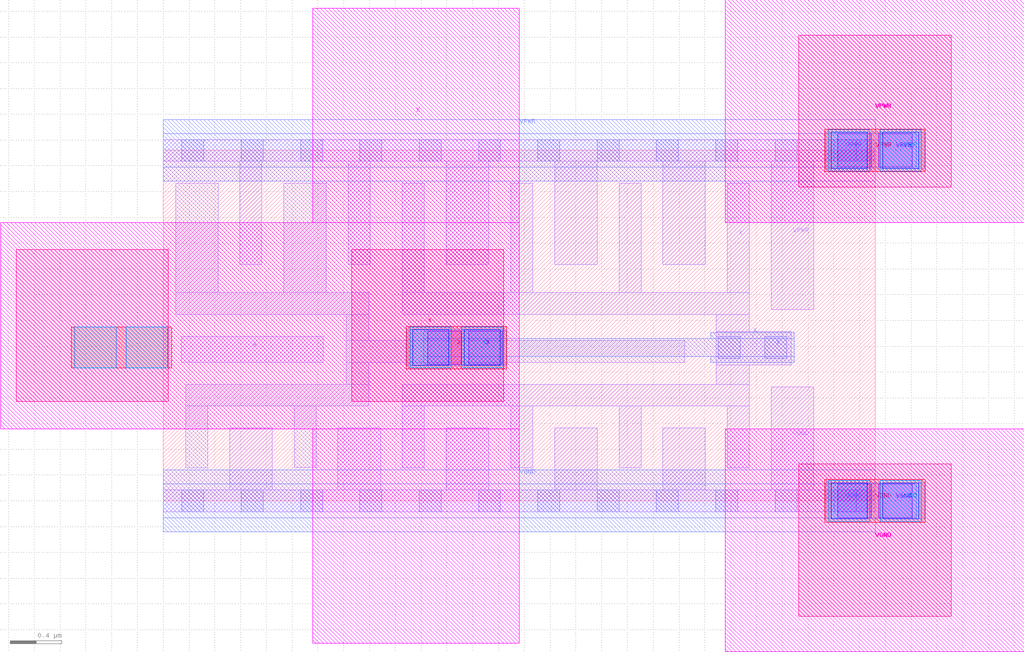
<source format=lef>
# Copyright 2020 The SkyWater PDK Authors
#
# Licensed under the Apache License, Version 2.0 (the "License");
# you may not use this file except in compliance with the License.
# You may obtain a copy of the License at
#
#     https://www.apache.org/licenses/LICENSE-2.0
#
# Unless required by applicable law or agreed to in writing, software
# distributed under the License is distributed on an "AS IS" BASIS,
# WITHOUT WARRANTIES OR CONDITIONS OF ANY KIND, either express or implied.
# See the License for the specific language governing permissions and
# limitations under the License.
#
# SPDX-License-Identifier: Apache-2.0

VERSION 5.7 ;
  NAMESCASESENSITIVE ON ;
  NOWIREEXTENSIONATPIN ON ;
  DIVIDERCHAR "/" ;
  BUSBITCHARS "[]" ;
UNITS
  DATABASE MICRONS 200 ;
END UNITS
MACRO sky130_fd_sc_hd__probec_p_8
  CLASS CORE ;
  SOURCE USER ;
  FOREIGN sky130_fd_sc_hd__probec_p_8 ;
  ORIGIN  0.000000  0.000000 ;
  SIZE  5.520000 BY  2.720000 ;
  SYMMETRY X Y R90 ;
  SITE unithd ;
  PIN A
    ANTENNAGATEAREA  0.742500 ;
    DIRECTION INPUT ;
    USE SIGNAL ;
    PORT
      LAYER li1 ;
        RECT 0.140000 1.075000 1.240000 1.275000 ;
    END
  END A
  PIN X
    ANTENNADIFFAREA  1.782000 ;
    DIRECTION OUTPUT ;
    USE SIGNAL ;
    PORT
      LAYER li1 ;
        RECT 1.855000 0.255000 2.025000 0.735000 ;
        RECT 1.855000 0.735000 4.545000 0.905000 ;
        RECT 1.855000 1.445000 4.545000 1.615000 ;
        RECT 1.855000 1.615000 2.025000 2.465000 ;
        RECT 2.695000 0.255000 2.865000 0.735000 ;
        RECT 2.695000 1.615000 2.865000 2.465000 ;
        RECT 3.535000 0.255000 3.705000 0.735000 ;
        RECT 3.535000 1.615000 3.705000 2.465000 ;
        RECT 4.290000 0.905000 4.545000 1.055000 ;
        RECT 4.290000 1.055000 4.870000 1.315000 ;
        RECT 4.290000 1.315000 4.545000 1.445000 ;
        RECT 4.375000 0.255000 4.545000 0.735000 ;
        RECT 4.375000 1.615000 4.545000 2.465000 ;
      LAYER mcon ;
        RECT 4.305000 1.105000 4.475000 1.275000 ;
        RECT 4.665000 1.105000 4.835000 1.275000 ;
      LAYER met1 ;
        RECT 2.020000 1.060000 2.660000 1.120000 ;
        RECT 2.020000 1.120000 4.895000 1.260000 ;
        RECT 2.020000 1.260000 2.660000 1.320000 ;
        RECT 4.245000 1.075000 4.895000 1.120000 ;
        RECT 4.245000 1.260000 4.895000 1.305000 ;
      LAYER met2 ;
        RECT 1.890000 1.050000 2.660000 1.330000 ;
      LAYER met3 ;
        RECT -0.715000 1.030000 0.065000 1.350000 ;
        RECT  1.885000 1.025000 2.665000 1.355000 ;
      LAYER met4 ;
        RECT -1.140000 0.770000 0.040000 1.950000 ;
        RECT  1.460000 0.770000 2.640000 1.950000 ;
      LAYER met5 ;
        RECT -1.260000  0.560000 2.760000 2.160000 ;
        RECT  1.160000 -1.105000 2.760000 0.560000 ;
        RECT  1.160000  2.160000 2.760000 3.825000 ;
      LAYER via ;
        RECT 2.050000 1.060000 2.310000 1.320000 ;
        RECT 2.370000 1.060000 2.630000 1.320000 ;
      LAYER via2 ;
        RECT 1.935000 1.050000 2.215000 1.330000 ;
        RECT 2.335000 1.050000 2.615000 1.330000 ;
      LAYER via3 ;
        RECT -0.685000 1.030000 -0.365000 1.350000 ;
        RECT -0.285000 1.030000  0.035000 1.350000 ;
        RECT  1.915000 1.030000  2.235000 1.350000 ;
        RECT  2.315000 1.030000  2.635000 1.350000 ;
    END
  END X
  PIN VGND
    DIRECTION INOUT ;
    SHAPE ABUTMENT ;
    USE GROUND ;
    PORT
      LAYER li1 ;
        RECT 0.000000 -0.085000 5.520000 0.085000 ;
        RECT 0.515000  0.085000 0.845000 0.565000 ;
        RECT 1.355000  0.085000 1.685000 0.565000 ;
        RECT 2.195000  0.085000 2.525000 0.565000 ;
        RECT 3.035000  0.085000 3.365000 0.565000 ;
        RECT 3.875000  0.085000 4.205000 0.565000 ;
        RECT 4.715000  0.085000 5.045000 0.885000 ;
      LAYER mcon ;
        RECT 0.145000 -0.085000 0.315000 0.085000 ;
        RECT 0.605000 -0.085000 0.775000 0.085000 ;
        RECT 1.065000 -0.085000 1.235000 0.085000 ;
        RECT 1.525000 -0.085000 1.695000 0.085000 ;
        RECT 1.985000 -0.085000 2.155000 0.085000 ;
        RECT 2.445000 -0.085000 2.615000 0.085000 ;
        RECT 2.905000 -0.085000 3.075000 0.085000 ;
        RECT 3.365000 -0.085000 3.535000 0.085000 ;
        RECT 3.825000 -0.085000 3.995000 0.085000 ;
        RECT 4.285000 -0.085000 4.455000 0.085000 ;
        RECT 4.745000 -0.085000 4.915000 0.085000 ;
        RECT 5.205000 -0.085000 5.375000 0.085000 ;
      LAYER met1 ;
        RECT 0.000000 -0.240000 5.520000 -0.130000 ;
        RECT 0.000000 -0.130000 5.840000  0.130000 ;
        RECT 0.000000  0.130000 5.520000  0.240000 ;
      LAYER met2 ;
        RECT 5.135000 -0.140000 5.905000 0.140000 ;
      LAYER met3 ;
        RECT 5.130000 -0.165000 5.910000 0.165000 ;
      LAYER met4 ;
        RECT 4.930000 -0.895000 6.110000 0.285000 ;
      LAYER met5 ;
        RECT 4.360000 -1.170000 6.675000 0.560000 ;
      LAYER via ;
        RECT 5.230000 -0.130000 5.490000 0.130000 ;
        RECT 5.550000 -0.130000 5.810000 0.130000 ;
      LAYER via2 ;
        RECT 5.180000 -0.140000 5.460000 0.140000 ;
        RECT 5.580000 -0.140000 5.860000 0.140000 ;
      LAYER via3 ;
        RECT 5.160000 -0.160000 5.480000 0.160000 ;
        RECT 5.560000 -0.160000 5.880000 0.160000 ;
    END
  END VGND
  PIN VPWR
    DIRECTION INOUT ;
    SHAPE ABUTMENT ;
    USE POWER ;
    PORT
      LAYER li1 ;
        RECT 0.000000 2.635000 5.520000 2.805000 ;
        RECT 0.595000 1.835000 0.765000 2.635000 ;
        RECT 1.435000 1.835000 1.605000 2.635000 ;
        RECT 2.195000 1.835000 2.525000 2.635000 ;
        RECT 3.035000 1.835000 3.365000 2.635000 ;
        RECT 3.875000 1.835000 4.205000 2.635000 ;
        RECT 4.715000 1.485000 5.045000 2.635000 ;
      LAYER mcon ;
        RECT 0.145000 2.635000 0.315000 2.805000 ;
        RECT 0.605000 2.635000 0.775000 2.805000 ;
        RECT 1.065000 2.635000 1.235000 2.805000 ;
        RECT 1.525000 2.635000 1.695000 2.805000 ;
        RECT 1.985000 2.635000 2.155000 2.805000 ;
        RECT 2.445000 2.635000 2.615000 2.805000 ;
        RECT 2.905000 2.635000 3.075000 2.805000 ;
        RECT 3.365000 2.635000 3.535000 2.805000 ;
        RECT 3.825000 2.635000 3.995000 2.805000 ;
        RECT 4.285000 2.635000 4.455000 2.805000 ;
        RECT 4.745000 2.635000 4.915000 2.805000 ;
        RECT 5.205000 2.635000 5.375000 2.805000 ;
      LAYER met1 ;
        RECT 0.000000 2.480000 5.520000 2.590000 ;
        RECT 0.000000 2.590000 5.840000 2.850000 ;
        RECT 0.000000 2.850000 5.520000 2.960000 ;
      LAYER met2 ;
        RECT 5.135000 2.580000 5.905000 2.860000 ;
      LAYER met3 ;
        RECT 5.130000 2.555000 5.910000 2.885000 ;
      LAYER met4 ;
        RECT 4.930000 2.435000 6.110000 3.615000 ;
      LAYER met5 ;
        RECT 4.360000 2.160000 6.675000 3.890000 ;
      LAYER via ;
        RECT 5.230000 2.590000 5.490000 2.850000 ;
        RECT 5.550000 2.590000 5.810000 2.850000 ;
      LAYER via2 ;
        RECT 5.180000 2.580000 5.460000 2.860000 ;
        RECT 5.580000 2.580000 5.860000 2.860000 ;
      LAYER via3 ;
        RECT 5.160000 2.560000 5.480000 2.880000 ;
        RECT 5.560000 2.560000 5.880000 2.880000 ;
    END
  END VPWR
  OBS
    LAYER li1 ;
      RECT 0.095000 1.445000 1.595000 1.615000 ;
      RECT 0.095000 1.615000 0.425000 2.465000 ;
      RECT 0.175000 0.255000 0.345000 0.735000 ;
      RECT 0.175000 0.735000 1.595000 0.905000 ;
      RECT 0.935000 1.615000 1.265000 2.465000 ;
      RECT 1.015000 0.260000 1.185000 0.735000 ;
      RECT 1.420000 0.905000 1.595000 1.075000 ;
      RECT 1.420000 1.075000 4.045000 1.245000 ;
      RECT 1.420000 1.245000 1.595000 1.445000 ;
  END
END sky130_fd_sc_hd__probec_p_8
END LIBRARY

</source>
